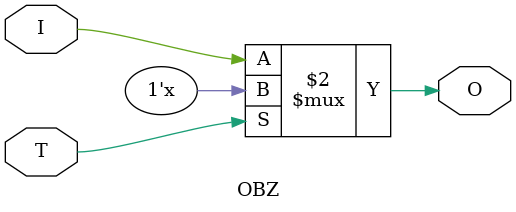
<source format=v>
module OBZ(input I, T, output O);
    assign O = (T == 1) ? 1'bZ : I;
endmodule // OBZ

</source>
